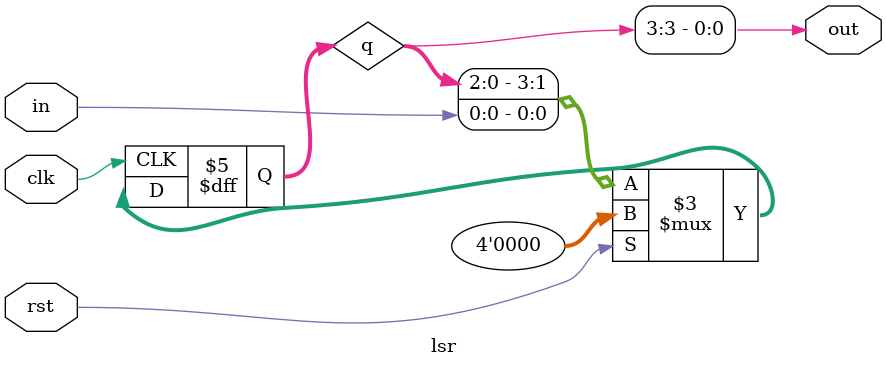
<source format=v>
module lsr(input clk,
	   input rst,
	   input in,
	   output out);

reg [3:0]q;

always@(posedge clk)

begin
if(rst)
q<=4'b0000;
else
begin
q<={q[2:0],in};
end
end
assign out=q[3];

endmodule

</source>
